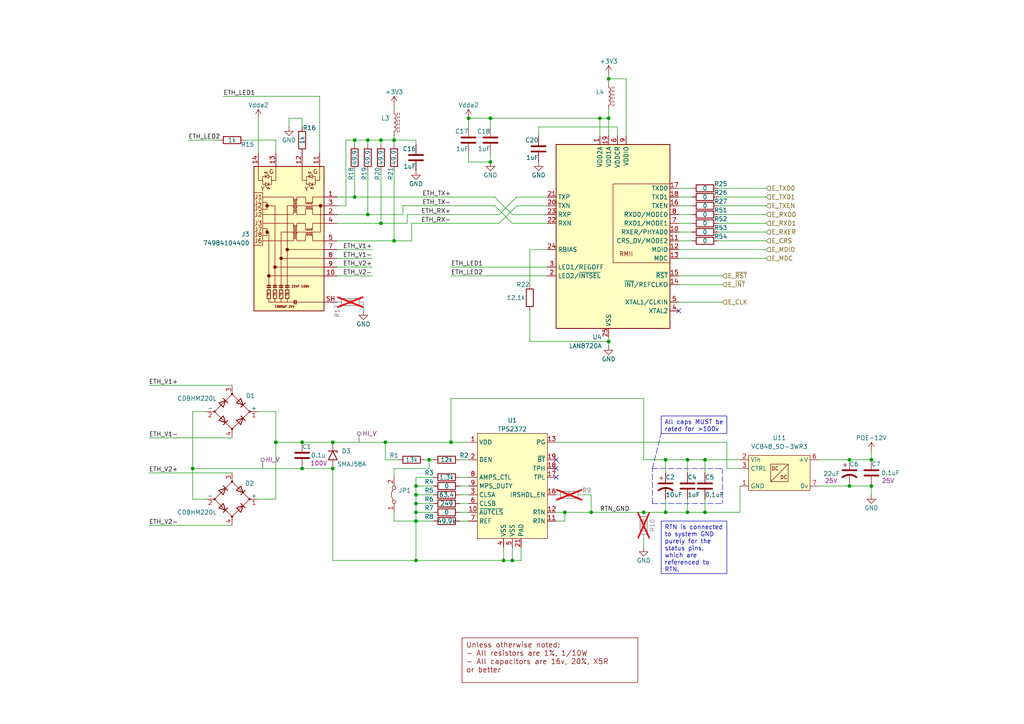
<source format=kicad_sch>
(kicad_sch (version 20250114) (generator "eeschema") (generator_version "9.0")
  (paper "A4")
  (title_block (title "Large 7 Seg Driver") (date "2025-02-01") (rev "A3") (comment 1 "JB") (comment 2 "E1041"))
  (lib_symbols
    (symbol "Device:C" (pin_numbers (hide yes)) (pin_names (offset 0.254))
      (property "Reference" "C" (at 0.635 2.54 0))
      (property "Value" "C" (at 0.635 -2.54 0))
      (symbol "C_1_1"
        (pin passive line (at 0 3.81 270) (length 2.794) (name "~") (number "1"))
        (pin passive line (at 0 -3.81 90) (length 2.794) (name "~") (number "2"))
      )
    )
    (symbol "Device:C_Polarized_US" (pin_numbers (hide yes)) (pin_names (offset 0.254) (hide yes))
      (property "Reference" "C" (at 0.635 2.54 0))
      (property "Value" "C_Polarized_US" (at 0.635 -2.54 0))
      (symbol "C_Polarized_US_1_1"
        (pin passive line (at 0 3.81 270) (length 2.794) (name "~") (number "1"))
        (pin passive line (at 0 -3.81 90) (length 3.302) (name "~") (number "2"))
      )
    )
    (symbol "Device:D_Bridge_+-AA" (pin_names (offset 0))
      (property "Reference" "D" (at 2.54 6.985 0))
      (property "Value" "D_Bridge_+-AA" (at 2.54 5.08 0))
      (symbol "D_Bridge_+-AA_1_1"
        (pin passive line (at -7.62 0 0) (length 2.54) (name "-") (number "2"))
        (pin passive line (at 0 7.62 270) (length 2.54) (name "~") (number "3"))
        (pin passive line (at 0 -7.62 90) (length 2.54) (name "~") (number "4"))
        (pin passive line (at 7.62 0 180) (length 2.54) (name "+") (number "1"))
      )
    )
    (symbol "Device:L_Ferrite" (pin_numbers (hide yes)) (pin_names (offset 1.016) (hide yes))
      (property "Reference" "L" (at -1.27 0 90))
      (property "Value" "L_Ferrite" (at 2.794 0 90))
      (symbol "L_Ferrite_1_1"
        (pin passive line (at 0 3.81 270) (length 1.27) (name "1") (number "1"))
        (pin passive line (at 0 -3.81 90) (length 1.27) (name "2") (number "2"))
      )
    )
    (symbol "Device:R" (pin_numbers (hide yes)) (pin_names (offset 0))
      (property "Reference" "R" (at 2.032 0 90))
      (property "Value" "R" (at 0 0 90))
      (symbol "R_1_1"
        (pin passive line (at 0 3.81 270) (length 1.27) (name "~") (number "1"))
        (pin passive line (at 0 -3.81 90) (length 1.27) (name "~") (number "2"))
      )
    )
    (symbol "Diode:SMAJ58A" (pin_numbers (hide yes)) (pin_names (offset 1.016) (hide yes))
      (property "Reference" "D" (at 0 2.54 0))
      (property "Value" "SMAJ58A" (at 0 -2.54 0))
      (symbol "SMAJ58A_1_1"
        (pin passive line (at -3.81 0 0) (length 2.54) (name "A1") (number "1"))
        (pin passive line (at 3.81 0 180) (length 2.54) (name "A2") (number "2"))
      )
    )
    (symbol "Interface_Ethernet:LAN8720A"
      (property "Reference" "U" (at -13.97 29.21 0))
      (property "Value" "LAN8720A" (at 15.24 29.21 0))
      (symbol "LAN8720A_0_0"
        (text "RMII" (at -5.08 -3.81 0) (effects (font (size 1.27 1.27))))
      )
      (symbol "LAN8720A_1_1"
        (pin input line (at -20.32 15.24 0) (length 2.54) (name "TXD0") (number "17"))
        (pin input line (at -20.32 12.7 0) (length 2.54) (name "TXD1") (number "18"))
        (pin input line (at -20.32 10.16 0) (length 2.54) (name "TXEN") (number "16"))
        (pin bidirectional line (at -20.32 7.62 0) (length 2.54) (name "RXD0/MODE0") (number "8"))
        (pin bidirectional line (at -20.32 5.08 0) (length 2.54) (name "RXD1/MODE1") (number "7"))
        (pin output line (at -20.32 2.54 0) (length 2.54) (name "RXER/PHYAD0") (number "10"))
        (pin bidirectional line (at -20.32 0 0) (length 2.54) (name "CRS_DV/MODE2") (number "11"))
        (pin bidirectional line (at -20.32 -2.54 0) (length 2.54) (name "MDIO") (number "12"))
        (pin input line (at -20.32 -5.08 0) (length 2.54) (name "MDC") (number "13"))
        (pin input line (at -20.32 -10.16 0) (length 2.54) (name "~{RST}") (number "15"))
        (pin output line (at -20.32 -12.7 0) (length 2.54) (name "~{INT}/REFCLKO") (number "14"))
        (pin input line (at -20.32 -17.78 0) (length 2.54) (name "XTAL1/CLKIN") (number "5"))
        (pin output line (at -20.32 -20.32 0) (length 2.54) (name "XTAL2") (number "4"))
        (pin power_in line (at -5.08 30.48 270) (length 2.54) (name "VDDIO") (number "9"))
        (pin power_in line (at -2.54 30.48 270) (length 2.54) (name "VDDCR") (number "6"))
        (pin power_in line (at 0 30.48 270) (length 2.54) (name "VDD1A") (number "19"))
        (pin power_in line (at 0 -27.94 90) (length 2.54) (name "VSS") (number "25"))
        (pin power_in line (at 2.54 30.48 270) (length 2.54) (name "VDD2A") (number "1"))
        (pin bidirectional line (at 17.78 12.7 180) (length 2.54) (name "TXP") (number "21"))
        (pin bidirectional line (at 17.78 10.16 180) (length 2.54) (name "TXN") (number "20"))
        (pin bidirectional line (at 17.78 7.62 180) (length 2.54) (name "RXP") (number "23"))
        (pin bidirectional line (at 17.78 5.08 180) (length 2.54) (name "RXN") (number "22"))
        (pin passive line (at 17.78 -2.54 180) (length 2.54) (name "RBIAS") (number "24"))
        (pin bidirectional line (at 17.78 -7.62 180) (length 2.54) (name "LED1/REGOFF") (number "3"))
        (pin bidirectional line (at 17.78 -10.16 180) (length 2.54) (name "LED2/~{INTSEL}") (number "2"))
      )
    )
    (symbol "Jumper:Jumper_2_Bridged" (pin_names (offset 0) (hide yes))
      (property "Reference" "JP" (at 0 1.905 0))
      (property "Value" "Jumper_2_Bridged" (at 0 -2.54 0))
      (symbol "Jumper_2_Bridged_1_1"
        (pin passive line (at -5.08 0 0) (length 2.54) (name "A") (number "1"))
        (pin passive line (at 5.08 0 180) (length 2.54) (name "B") (number "2"))
      )
    )
    (symbol "ProjectLibrary:74984104400" (pin_names (offset 0) (hide yes))
      (property "Reference" "J" (at 10.16 -19.05 0))
      (property "Value" "74984104400" (at -5.08 -21.59 0))
      (symbol "74984104400_0_0"
        (text "G" (at -8.89 20.066 0) (effects (font (size 1.27 1.27))))
        (text "Y" (at -6.35 14.986 0) (effects (font (size 1.27 1.27))))
        (text "1000pF 2kV" (at 0 -19.05 0) (effects (font (size 0.635 0.635))))
        (text "G" (at 3.81 20.066 0) (effects (font (size 1.27 1.27))))
        (text "Y" (at 6.35 14.986 0) (effects (font (size 1.27 1.27))))
      )
      (symbol "74984104400_1_0"
        (text "22nF 100V" (at -4.572 -13.208 0) (effects (font (size 0.635 0.635))))
        (text "75" (at -0.762 -15.494 900) (effects (font (size 0.508 0.508))))
        (text "75" (at 1.016 -15.494 900) (effects (font (size 0.508 0.508))))
        (text "75" (at 2.794 -15.494 900) (effects (font (size 0.508 0.508))))
        (text "75" (at 4.572 -15.494 900) (effects (font (size 0.508 0.508))))
        (text "J1" (at 7.62 12.7 0) (effects (font (size 1.27 1.27))))
        (text "J4" (at 7.62 10.922 0) (effects (font (size 1.27 1.27))))
        (text "J5" (at 7.62 9.398 0) (effects (font (size 1.27 1.27))))
        (text "J2" (at 7.62 7.62 0) (effects (font (size 1.27 1.27))))
        (text "J3" (at 7.62 5.08 0) (effects (font (size 1.27 1.27))))
        (text "J7" (at 7.62 3.302 0) (effects (font (size 1.27 1.27))))
        (text "J8" (at 7.62 1.778 0) (effects (font (size 1.27 1.27))))
        (text "J6" (at 7.62 0 0) (effects (font (size 1.27 1.27))))
      )
      (symbol "74984104400_1_1"
        (pin passive line (at -15.24 12.7 0) (length 3.81) (name "TD+") (number "1"))
        (pin passive line (at -15.24 10.16 0) (length 3.81) (name "CD") (number "3"))
        (pin passive line (at -15.24 7.62 0) (length 3.81) (name "TD-") (number "2"))
        (pin passive line (at -15.24 5.08 0) (length 3.81) (name "RD+") (number "4"))
        (pin passive line (at -15.24 0 0) (length 3.81) (name "RD-") (number "5"))
        (pin passive line (at -15.24 -2.54 0) (length 3.81) (name "V1+") (number "7"))
        (pin passive line (at -15.24 -5.08 0) (length 3.81) (name "V1-") (number "8"))
        (pin passive line (at -15.24 -7.62 0) (length 3.81) (name "V2+") (number "9"))
        (pin passive line (at -15.24 -10.16 0) (length 3.81) (name "V2-") (number "10"))
        (pin passive line (at -15.24 -17.78 0) (length 3.81) (name "SH") (number "SH"))
        (pin passive line (at -10.16 25.4 270) (length 3.81) (name "~") (number "11"))
        (pin passive line (at -5.08 25.4 270) (length 3.81) (name "~") (number "12"))
        (pin passive line (at 2.54 25.4 270) (length 3.81) (name "~") (number "13"))
        (pin passive line (at 7.62 25.4 270) (length 3.81) (name "~") (number "14"))
      )
    )
    (symbol "ProjectLibrary:TPS2372"
      (property "Reference" "U" (at 10.16 -17.78 0))
      (property "Value" "TPS2372" (at 0 17.78 0))
      (symbol "TPS2372_0_0"
        (pin power_in line (at -12.7 12.7 0) (length 2.54) (name "VDD") (number "1"))
        (pin output line (at -12.7 2.54 0) (length 2.54) (name "AMPS_CTL") (number "8"))
        (pin input line (at -12.7 0 0) (length 2.54) (name "MPS_DUTY") (number "9"))
        (pin output line (at -12.7 -2.54 0) (length 2.54) (name "CLSA") (number "3"))
        (pin output line (at -12.7 -5.08 0) (length 2.54) (name "CLSB") (number "6"))
        (pin input line (at -12.7 -7.62 0) (length 2.54) (name "~{AUTCLS}") (number "10"))
        (pin output line (at -12.7 -10.16 0) (length 2.54) (name "REF") (number "7"))
        (pin power_in line (at -2.54 -17.78 90) (length 2.54) (name "VSS") (number "4"))
        (pin power_in line (at 0 -17.78 90) (length 2.54) (name "VSS") (number "5"))
        (pin passive line (at 2.54 -17.78 90) (length 2.54) (name "PAD") (number "21"))
        (pin output line (at 12.7 12.7 180) (length 2.54) (name "PG") (number "13"))
        (pin output line (at 12.7 7.62 180) (length 2.54) (name "~{BT}") (number "19"))
        (pin output line (at 12.7 5.08 180) (length 2.54) (name "TPH") (number "18"))
        (pin output line (at 12.7 2.54 180) (length 2.54) (name "TPL") (number "17"))
        (pin input line (at 12.7 -2.54 180) (length 2.54) (name "IRSHDL_EN") (number "16"))
        (pin passive line (at 12.7 -7.62 180) (length 2.54) (name "RTN") (number "12"))
        (pin passive line (at 12.7 -10.16 180) (length 2.54) (name "RTN") (number "11"))
      )
      (symbol "TPS2372_1_0"
        (pin bidirectional line (at -12.7 7.62 0) (length 2.54) (name "DEN") (number "2"))
        (pin no_connect line (at -5.08 -15.24 90) (length 2.54) (hide yes) (name "NC") (number "14"))
        (pin no_connect line (at -5.08 -15.24 90) (length 2.54) (hide yes) (name "NC") (number "15"))
        (pin no_connect line (at -5.08 -15.24 90) (length 2.54) (hide yes) (name "NC") (number "20"))
      )
    )
    (symbol "ProjectLibrary:VCB48_SO-3WR3"
      (property "Reference" "U" (at -8.128 6.096 0))
      (property "Value" "VCB48_SO-3WR3" (at 0 -6.604 0))
      (symbol "VCB48_SO-3WR3_1_1"
        (text "DC" (at -1.27 1.27 0) (effects (font (size 1.016 1.016))))
        (text "DC" (at 1.27 -1.27 0) (effects (font (size 1.016 1.016))))
        (pin power_in line (at -11.43 3.81 0) (length 2.54) (name "Vin") (number "2"))
        (pin input line (at -11.43 1.27 0) (length 2.54) (name "CTRL") (number "3"))
        (pin power_in line (at -11.43 -3.81 0) (length 2.54) (name "GND") (number "1"))
        (pin power_out line (at 11.43 3.81 180) (length 2.54) (name "+V") (number "6"))
        (pin no_connect line (at 11.43 1.27 180) (length 2.54) (hide yes) (name "NC") (number "8"))
        (pin no_connect line (at 11.43 -1.27 180) (length 2.54) (hide yes) (name "NC") (number "5"))
        (pin power_out line (at 11.43 -3.81 180) (length 2.54) (name "0v") (number "7"))
      )
    )
    (symbol "ProjectLibrary:VIN" (power) (pin_names (offset 0))
      (property "Value" "VIN" (at 0 3.81 0))
      (symbol "VIN_1_1"
        (pin power_in line (at 0 0 90) (length 0) (hide yes) (name "VIN") (number "1"))
      )
    )
    (symbol "ProjectLibrary:Vdda2" (power) (pin_names (offset 0))
      (property "Value" "Vdda2" (at 0 3.81 0))
      (symbol "Vdda2_1_1"
        (pin power_in line (at 0 0 90) (length 0) (hide yes) (name "Vdda2") (number "1"))
      )
    )
    (symbol "power:+3V3" (power) (pin_names (offset 0))
      (property "Value" "+3V3" (at 0 3.556 0))
      (symbol "+3V3_1_1"
        (pin power_in line (at 0 0 90) (length 0) (hide yes) (name "+3V3") (number "1"))
      )
    )
    (symbol "power:GND" (power) (pin_names (offset 0))
      (property "Value" "GND" (at 0 -3.81 0))
      (symbol "GND_1_1"
        (pin power_in line (at 0 0 270) (length 0) (hide yes) (name "GND") (number "1"))
      )
    )
  )
  (text_box "RTN is connected to system GND purely for the status pins, which are referenced to RTN." (at 191.77 151.13 0) (size 19.05 15.24) (margins 0.9525 0.9525 0.9525 0.9525) (effects (font (size 1.27 1.27)) (justify left top)))
  (text_box "Unless otherwise noted:\n- All resistors are 1%, 1/10W \n- All capacitors are 16v, 20%, X5R\nor better" (exclude_from_sim yes) (at 134 185 0) (size 50.99 12.97) (margins 1.125 1.125 1.125 1.125) (stroke (width 0) (color 132 0 0 1)) (effects (font (size 1.5 1.5)) (justify left top)))
  (text_box "All caps MUST be rated for >100v" (at 191.77 120.65 0) (size 19.05 5.08) (margins 0.9525 0.9525 0.9525 0.9525) (effects (font (size 1.27 1.27)) (justify left top)))
  (junction (at 146.05 162.56))
  (junction (at 252.73 140.97))
  (junction (at 87.63 128.27))
  (junction (at 96.52 135.89))
  (junction (at 120.65 162.56))
  (junction (at 114.3 40.64))
  (junction (at 120.65 148.59))
  (junction (at 102.87 57.15))
  (junction (at 176.53 99.06))
  (junction (at 96.52 128.27))
  (junction (at 148.59 162.56))
  (junction (at 171.45 148.59))
  (junction (at 163.83 148.59))
  (junction (at 87.63 135.89))
  (junction (at 193.04 148.59))
  (junction (at 252.73 133.35))
  (junction (at 102.87 40.64))
  (junction (at 80.01 128.27))
  (junction (at 173.99 34.29))
  (junction (at 199.39 148.59))
  (junction (at 176.53 22.86))
  (junction (at 120.65 140.97))
  (junction (at 106.68 62.23))
  (junction (at 176.53 34.29))
  (junction (at 110.49 40.64))
  (junction (at 110.49 64.77))
  (junction (at 142.24 34.29))
  (junction (at 106.68 40.64))
  (junction (at 114.3 69.85))
  (junction (at 111.76 128.27))
  (junction (at 135.89 34.29))
  (junction (at 193.04 133.35))
  (junction (at 55.88 135.89))
  (junction (at 246.38 140.97))
  (junction (at 130.81 128.27))
  (junction (at 246.38 133.35))
  (junction (at 120.65 151.13))
  (junction (at 204.47 133.35))
  (junction (at 186.69 148.59))
  (junction (at 120.65 146.05))
  (junction (at 142.24 46.99))
  (junction (at 204.47 148.59))
  (junction (at 124.46 133.35))
  (junction (at 199.39 133.35))
  (junction (at 120.65 143.51))
  (no_connect (at 196.85 90.17))
  (no_connect (at 161.29 135.89))
  (no_connect (at 161.29 133.35))
  (no_connect (at 161.29 138.43))
  (wire (pts (xy 133.35 138.43) (xy 135.89 138.43)))
  (wire (pts (xy 199.39 144.78) (xy 199.39 148.59)))
  (wire (pts (xy 176.53 34.29) (xy 176.53 39.37)))
  (wire (pts (xy 142.24 44.45) (xy 142.24 46.99)))
  (wire (pts (xy 186.69 148.59) (xy 193.04 148.59)))
  (wire (pts (xy 176.53 100.33) (xy 176.53 99.06)))
  (wire (pts (xy 102.87 57.15) (xy 97.79 57.15)))
  (wire (pts (xy 148.59 64.77) (xy 158.75 64.77)))
  (wire (pts (xy 120.65 143.51) (xy 125.73 143.51)))
  (wire (pts (xy 80.01 128.27) (xy 80.01 144.78)))
  (wire (pts (xy 120.65 146.05) (xy 120.65 148.59)))
  (wire (pts (xy 204.47 148.59) (xy 214.63 148.59)))
  (wire (pts (xy 74.93 34.29) (xy 74.93 44.45)))
  (wire (pts (xy 200.66 64.77) (xy 196.85 64.77)))
  (wire (pts (xy 114.3 135.89) (xy 114.3 138.43)))
  (wire (pts (xy 114.3 151.13) (xy 120.65 151.13)))
  (wire (pts (xy 246.38 140.97) (xy 252.73 140.97)))
  (wire (pts (xy 124.46 133.35) (xy 125.73 133.35)))
  (wire (pts (xy 151.13 162.56) (xy 151.13 158.75)))
  (wire (pts (xy 80.01 119.38) (xy 80.01 128.27)))
  (wire (pts (xy 87.63 135.89) (xy 96.52 135.89)))
  (wire (pts (xy 186.69 133.35) (xy 193.04 133.35)))
  (wire (pts (xy 120.65 41.91) (xy 120.65 40.64)))
  (polyline (pts (xy 189.23 135.89) (xy 209.55 135.89)) (stroke (width 0) (type dash)))
  (wire (pts (xy 106.68 49.53) (xy 106.68 62.23)))
  (wire (pts (xy 200.66 62.23) (xy 196.85 62.23)))
  (wire (pts (xy 153.67 99.06) (xy 176.53 99.06)))
  (wire (pts (xy 80.01 128.27) (xy 87.63 128.27)))
  (wire (pts (xy 120.65 143.51) (xy 120.65 146.05)))
  (wire (pts (xy 199.39 133.35) (xy 204.47 133.35)))
  (wire (pts (xy 130.81 115.57) (xy 186.69 115.57)))
  (wire (pts (xy 222.25 64.77) (xy 208.28 64.77)))
  (wire (pts (xy 43.18 137.16) (xy 67.31 137.16)))
  (wire (pts (xy 222.25 59.69) (xy 208.28 59.69)))
  (wire (pts (xy 158.75 77.47) (xy 130.81 77.47)))
  (wire (pts (xy 222.25 69.85) (xy 208.28 69.85)))
  (wire (pts (xy 176.53 31.75) (xy 176.53 34.29)))
  (wire (pts (xy 119.38 64.77) (xy 119.38 69.85)))
  (wire (pts (xy 120.65 140.97) (xy 125.73 140.97)))
  (wire (pts (xy 120.65 40.64) (xy 114.3 40.64)))
  (wire (pts (xy 133.35 146.05) (xy 135.89 146.05)))
  (wire (pts (xy 96.52 135.89) (xy 96.52 162.56)))
  (wire (pts (xy 116.84 59.69) (xy 143.51 59.69)))
  (wire (pts (xy 179.07 39.37) (xy 179.07 36.83)))
  (wire (pts (xy 214.63 140.97) (xy 214.63 148.59)))
  (wire (pts (xy 55.88 135.89) (xy 55.88 144.78)))
  (wire (pts (xy 222.25 62.23) (xy 208.28 62.23)))
  (wire (pts (xy 199.39 148.59) (xy 204.47 148.59)))
  (wire (pts (xy 97.79 64.77) (xy 110.49 64.77)))
  (wire (pts (xy 252.73 130.81) (xy 252.73 133.35)))
  (wire (pts (xy 210.82 135.89) (xy 210.82 128.27)))
  (wire (pts (xy 149.86 57.15) (xy 158.75 57.15)))
  (wire (pts (xy 43.18 152.4) (xy 67.31 152.4)))
  (wire (pts (xy 143.51 57.15) (xy 148.59 62.23)))
  (wire (pts (xy 120.65 151.13) (xy 120.65 162.56)))
  (wire (pts (xy 120.65 138.43) (xy 120.65 140.97)))
  (wire (pts (xy 133.35 133.35) (xy 135.89 133.35)))
  (wire (pts (xy 204.47 133.35) (xy 204.47 137.16)))
  (wire (pts (xy 135.89 46.99) (xy 135.89 44.45)))
  (wire (pts (xy 214.63 133.35) (xy 204.47 133.35)))
  (wire (pts (xy 102.87 49.53) (xy 102.87 57.15)))
  (wire (pts (xy 148.59 62.23) (xy 158.75 62.23)))
  (wire (pts (xy 161.29 148.59) (xy 163.83 148.59)))
  (wire (pts (xy 133.35 148.59) (xy 135.89 148.59)))
  (wire (pts (xy 179.07 36.83) (xy 156.21 36.83)))
  (wire (pts (xy 43.18 127) (xy 67.31 127)))
  (wire (pts (xy 237.49 140.97) (xy 246.38 140.97)))
  (wire (pts (xy 204.47 144.78) (xy 204.47 148.59)))
  (wire (pts (xy 114.3 135.89) (xy 124.46 135.89)))
  (wire (pts (xy 102.87 40.64) (xy 102.87 41.91)))
  (wire (pts (xy 100.33 40.64) (xy 102.87 40.64)))
  (wire (pts (xy 110.49 40.64) (xy 106.68 40.64)))
  (wire (pts (xy 114.3 40.64) (xy 114.3 41.91)))
  (wire (pts (xy 118.11 64.77) (xy 110.49 64.77)))
  (wire (pts (xy 120.65 162.56) (xy 146.05 162.56)))
  (wire (pts (xy 186.69 156.21) (xy 186.69 158.75)))
  (wire (pts (xy 92.71 27.94) (xy 92.71 44.45)))
  (wire (pts (xy 100.33 59.69) (xy 97.79 59.69)))
  (wire (pts (xy 148.59 162.56) (xy 151.13 162.56)))
  (wire (pts (xy 111.76 128.27) (xy 130.81 128.27)))
  (wire (pts (xy 107.95 74.93) (xy 97.79 74.93)))
  (wire (pts (xy 133.35 140.97) (xy 135.89 140.97)))
  (wire (pts (xy 120.65 146.05) (xy 125.73 146.05)))
  (wire (pts (xy 135.89 34.29) (xy 135.89 36.83)))
  (wire (pts (xy 156.21 36.83) (xy 156.21 39.37)))
  (wire (pts (xy 120.65 140.97) (xy 120.65 143.51)))
  (wire (pts (xy 130.81 80.01) (xy 158.75 80.01)))
  (wire (pts (xy 83.82 34.29) (xy 83.82 36.83)))
  (wire (pts (xy 114.3 49.53) (xy 114.3 69.85)))
  (wire (pts (xy 118.11 62.23) (xy 118.11 64.77)))
  (wire (pts (xy 252.73 140.97) (xy 252.73 143.51)))
  (wire (pts (xy 144.78 64.77) (xy 149.86 59.69)))
  (wire (pts (xy 176.53 21.59) (xy 176.53 22.86)))
  (wire (pts (xy 163.83 151.13) (xy 163.83 148.59)))
  (wire (pts (xy 193.04 133.35) (xy 193.04 137.16)))
  (wire (pts (xy 120.65 148.59) (xy 125.73 148.59)))
  (wire (pts (xy 55.88 144.78) (xy 59.69 144.78)))
  (wire (pts (xy 142.24 46.99) (xy 135.89 46.99)))
  (wire (pts (xy 200.66 57.15) (xy 196.85 57.15)))
  (wire (pts (xy 55.88 119.38) (xy 55.88 135.89)))
  (wire (pts (xy 116.84 59.69) (xy 116.84 62.23)))
  (wire (pts (xy 87.63 36.83) (xy 87.63 34.29)))
  (wire (pts (xy 142.24 34.29) (xy 142.24 36.83)))
  (wire (pts (xy 119.38 64.77) (xy 144.78 64.77)))
  (wire (pts (xy 193.04 148.59) (xy 193.04 144.78)))
  (wire (pts (xy 161.29 151.13) (xy 163.83 151.13)))
  (wire (pts (xy 143.51 59.69) (xy 148.59 64.77)))
  (wire (pts (xy 100.33 59.69) (xy 100.33 40.64)))
  (wire (pts (xy 168.91 143.51) (xy 171.45 143.51)))
  (wire (pts (xy 176.53 99.06) (xy 176.53 97.79)))
  (wire (pts (xy 120.65 151.13) (xy 125.73 151.13)))
  (wire (pts (xy 149.86 59.69) (xy 158.75 59.69)))
  (wire (pts (xy 193.04 133.35) (xy 199.39 133.35)))
  (wire (pts (xy 43.18 111.76) (xy 67.31 111.76)))
  (wire (pts (xy 119.38 69.85) (xy 114.3 69.85)))
  (polyline (pts (xy 189.23 135.89) (xy 191.77 125.73)) (stroke (width 0) (type dash)))
  (wire (pts (xy 210.82 135.89) (xy 214.63 135.89)))
  (wire (pts (xy 186.69 115.57) (xy 186.69 133.35)))
  (polyline (pts (xy 189.23 146.05) (xy 189.23 135.89)) (stroke (width 0) (type dash)))
  (wire (pts (xy 171.45 148.59) (xy 186.69 148.59)))
  (wire (pts (xy 123.19 133.35) (xy 124.46 133.35)))
  (wire (pts (xy 54.61 40.64) (xy 63.5 40.64)))
  (wire (pts (xy 173.99 34.29) (xy 173.99 39.37)))
  (wire (pts (xy 161.29 128.27) (xy 210.82 128.27)))
  (wire (pts (xy 96.52 162.56) (xy 120.65 162.56)))
  (wire (pts (xy 142.24 34.29) (xy 135.89 34.29)))
  (wire (pts (xy 196.85 80.01) (xy 209.55 80.01)))
  (wire (pts (xy 64.77 27.94) (xy 92.71 27.94)))
  (wire (pts (xy 74.93 119.38) (xy 80.01 119.38)))
  (wire (pts (xy 106.68 40.64) (xy 102.87 40.64)))
  (wire (pts (xy 146.05 162.56) (xy 146.05 158.75)))
  (wire (pts (xy 176.53 22.86) (xy 181.61 22.86)))
  (wire (pts (xy 120.65 148.59) (xy 120.65 151.13)))
  (wire (pts (xy 74.93 144.78) (xy 80.01 144.78)))
  (wire (pts (xy 114.3 30.48) (xy 114.3 31.75)))
  (wire (pts (xy 200.66 69.85) (xy 196.85 69.85)))
  (wire (pts (xy 118.11 62.23) (xy 144.78 62.23)))
  (wire (pts (xy 80.01 44.45) (xy 80.01 40.64)))
  (wire (pts (xy 222.25 57.15) (xy 208.28 57.15)))
  (wire (pts (xy 125.73 138.43) (xy 120.65 138.43)))
  (wire (pts (xy 105.41 90.17) (xy 105.41 87.63)))
  (wire (pts (xy 114.3 148.59) (xy 114.3 151.13)))
  (wire (pts (xy 196.85 87.63) (xy 209.55 87.63)))
  (wire (pts (xy 114.3 40.64) (xy 110.49 40.64)))
  (wire (pts (xy 200.66 54.61) (xy 196.85 54.61)))
  (wire (pts (xy 114.3 39.37) (xy 114.3 40.64)))
  (wire (pts (xy 114.3 69.85) (xy 97.79 69.85)))
  (wire (pts (xy 107.95 72.39) (xy 97.79 72.39)))
  (wire (pts (xy 148.59 162.56) (xy 148.59 158.75)))
  (wire (pts (xy 87.63 128.27) (xy 96.52 128.27)))
  (wire (pts (xy 130.81 128.27) (xy 135.89 128.27)))
  (wire (pts (xy 87.63 34.29) (xy 83.82 34.29)))
  (wire (pts (xy 196.85 82.55) (xy 209.55 82.55)))
  (wire (pts (xy 153.67 82.55) (xy 153.67 72.39)))
  (wire (pts (xy 176.53 34.29) (xy 173.99 34.29)))
  (wire (pts (xy 80.01 40.64) (xy 71.12 40.64)))
  (wire (pts (xy 133.35 151.13) (xy 135.89 151.13)))
  (wire (pts (xy 171.45 143.51) (xy 171.45 148.59)))
  (wire (pts (xy 110.49 40.64) (xy 110.49 41.91)))
  (polyline (pts (xy 209.55 135.89) (xy 209.55 146.05)) (stroke (width 0) (type dash)))
  (wire (pts (xy 124.46 135.89) (xy 124.46 133.35)))
  (wire (pts (xy 55.88 119.38) (xy 59.69 119.38)))
  (wire (pts (xy 153.67 72.39) (xy 158.75 72.39)))
  (wire (pts (xy 115.57 133.35) (xy 111.76 133.35)))
  (wire (pts (xy 107.95 80.01) (xy 97.79 80.01)))
  (wire (pts (xy 107.95 77.47) (xy 97.79 77.47)))
  (wire (pts (xy 246.38 133.35) (xy 252.73 133.35)))
  (wire (pts (xy 199.39 133.35) (xy 199.39 137.16)))
  (wire (pts (xy 146.05 162.56) (xy 148.59 162.56)))
  (wire (pts (xy 55.88 135.89) (xy 87.63 135.89)))
  (wire (pts (xy 196.85 72.39) (xy 222.25 72.39)))
  (wire (pts (xy 200.66 67.31) (xy 196.85 67.31)))
  (wire (pts (xy 116.84 62.23) (xy 106.68 62.23)))
  (wire (pts (xy 222.25 67.31) (xy 208.28 67.31)))
  (wire (pts (xy 130.81 128.27) (xy 130.81 115.57)))
  (wire (pts (xy 196.85 74.93) (xy 222.25 74.93)))
  (wire (pts (xy 110.49 49.53) (xy 110.49 64.77)))
  (wire (pts (xy 144.78 62.23) (xy 149.86 57.15)))
  (wire (pts (xy 237.49 133.35) (xy 246.38 133.35)))
  (wire (pts (xy 176.53 22.86) (xy 176.53 24.13)))
  (wire (pts (xy 96.52 128.27) (xy 111.76 128.27)))
  (wire (pts (xy 181.61 22.86) (xy 181.61 39.37)))
  (wire (pts (xy 111.76 133.35) (xy 111.76 128.27)))
  (wire (pts (xy 106.68 62.23) (xy 97.79 62.23)))
  (wire (pts (xy 163.83 148.59) (xy 171.45 148.59)))
  (wire (pts (xy 142.24 34.29) (xy 173.99 34.29)))
  (wire (pts (xy 153.67 90.17) (xy 153.67 99.06)))
  (wire (pts (xy 193.04 148.59) (xy 199.39 148.59)))
  (wire (pts (xy 133.35 143.51) (xy 135.89 143.51)))
  (polyline (pts (xy 189.23 146.05) (xy 209.55 146.05)) (stroke (width 0) (type dash)))
  (wire (pts (xy 102.87 57.15) (xy 143.51 57.15)))
  (wire (pts (xy 222.25 54.61) (xy 208.28 54.61)))
  (wire (pts (xy 200.66 59.69) (xy 196.85 59.69)))
  (wire (pts (xy 106.68 40.64) (xy 106.68 41.91)))
  (label "ETH_V1+" (at 107.95 72.39 180))
  (label "ETH_LED2" (at 130.81 80.01 0))
  (label "ETH_V1-" (at 107.95 74.93 180))
  (label "ETH_LED1" (at 130.81 77.47 0))
  (label "ETH_LED1" (at 64.77 27.94 0))
  (label "ETH_V2-" (at 107.95 80.01 180))
  (label "ETH_V1+" (at 43.18 111.76 0))
  (label "ETH_V2+" (at 43.18 137.16 0))
  (label "RTN_GND" (at 173.99 148.59 0))
  (label "ETH_V2+" (at 107.95 77.47 180))
  (label "ETH_RX+" (at 130.81 62.23 180))
  (label "ETH_TX+" (at 130.81 57.15 180))
  (label "ETH_V1-" (at 43.18 127 0))
  (label "ETH_LED2" (at 54.61 40.64 0))
  (label "ETH_TX-" (at 130.81 59.69 180))
  (label "ETH_RX-" (at 130.81 64.77 180))
  (label "ETH_V2-" (at 43.18 152.4 0))
  (hierarchical_label "E_TXD1" (shape input) (at 222.25 57.15 0))
  (hierarchical_label "E_MDC" (shape input) (at 222.25 74.93 0))
  (hierarchical_label "E_~{RST}" (shape input) (at 209.55 80.01 0))
  (hierarchical_label "E_CLK" (shape input) (at 209.55 87.63 0))
  (hierarchical_label "E_TXD0" (shape input) (at 222.25 54.61 0))
  (hierarchical_label "E_MDIO" (shape input) (at 222.25 72.39 0))
  (hierarchical_label "E_CRS" (shape input) (at 222.25 69.85 0))
  (hierarchical_label "E_TXEN" (shape input) (at 222.25 59.69 0))
  (hierarchical_label "E_RXD1" (shape input) (at 222.25 64.77 0))
  (hierarchical_label "E_RXER" (shape input) (at 222.25 67.31 0))
  (hierarchical_label "E_~{INT}" (shape input) (at 209.55 82.55 0))
  (hierarchical_label "E_RXD0" (shape input) (at 222.25 62.23 0))
  (netclass_flag "" (length 2.54) (shape round) (at 104.14 128.27 0) (property "Netclass" "HI_V" (at 105.029 125.73 0) (effects (font (italic yes)) (justify left))))
  (netclass_flag "" (length 2.54) (shape round) (at 76.2 135.89 0) (property "Netclass" "HI_V" (at 76.8985 133.35 0) (effects (font (italic yes)) (justify left))))
  (symbol (lib_id "power:GND") (at 120.65 49.53 0) (mirror y) (unit 1)
    (property "Reference" "#PWR016" (effects (hide yes)))
    (property "Value" "GND" (at 120.65 53.34 0))
  )
  (symbol (lib_id "Device:R") (at 119.38 133.35 90) (unit 1)
    (property "Reference" "R1" (at 114.3 132.08 90))
    (property "Value" "13k" (at 119.38 133.35 90))
    (property "Footprint" "Resistor_SMD:R_0805_2012Metric" (effects (hide yes)))
  )
  (symbol (lib_id "Device:R") (at 186.69 152.4 180) (unit 1) (dnp yes)
    (property "Reference" "R10" (at 189.23 152.4 90))
    (property "Value" "DNP" (at 186.69 152.4 90))
    (property "Footprint" "Resistor_SMD:R_0805_2012Metric" (effects (hide yes)))
  )
  (symbol (lib_id "power:GND") (at 252.73 143.51 0) (unit 1)
    (property "Reference" "#PWR03" (effects (hide yes)))
    (property "Value" "GND" (at 252.73 147.32 0))
  )
  (symbol (lib_id "Device:C") (at 156.21 43.18 0) (mirror y) (unit 1)
    (property "Reference" "C20" (at 156.21 40.64 0) (effects (justify left)))
    (property "Value" "1uF" (at 156.21 45.72 0) (effects (justify left)))
    (property "Footprint" "Capacitor_SMD:C_0805_2012Metric" (effects (hide yes)))
  )
  (symbol (lib_id "Device:C_Polarized_US") (at 246.38 137.16 0) (unit 1)
    (property "Reference" "C6" (at 246.38 134.62 0) (effects (justify left)))
    (property "Value" "22uF" (at 238.76 137.414 0) (effects (justify left)))
    (property "Footprint" "Capacitor_SMD:C_Elec_6.3x5.4" (effects (hide yes)))
    (property "Voltage" "25V" (at 241.046 139.446 0))
  )
  (symbol (lib_id "Device:R") (at 129.54 138.43 90) (unit 1)
    (property "Reference" "R3" (at 124.46 137.16 90))
    (property "Value" "1.3k" (at 129.54 138.43 90))
    (property "Footprint" "Resistor_SMD:R_0805_2012Metric" (effects (hide yes)))
  )
  (symbol (lib_id "power:GND") (at 83.82 36.83 0) (unit 1)
    (property "Reference" "#PWR013" (effects (hide yes)))
    (property "Value" "GND" (at 83.82 40.64 0))
  )
  (symbol (lib_id "ProjectLibrary:VIN") (at 252.73 130.81 0) (unit 1)
    (property "Reference" "#PWR02" (effects (hide yes)))
    (property "Value" "POE-12V" (at 252.73 127 0))
  )
  (symbol (lib_id "Device:R") (at 204.47 59.69 90) (unit 1)
    (property "Reference" "R27" (at 209.042 58.42 90))
    (property "Value" "0" (at 204.47 59.69 90))
    (property "Footprint" "Resistor_SMD:R_0603_1608Metric" (effects (hide yes)))
    (property "Description" "Resistor" (effects (hide yes)))
  )
  (symbol (lib_id "Device:R") (at 204.47 54.61 90) (unit 1)
    (property "Reference" "R25" (at 209.042 53.34 90))
    (property "Value" "0" (at 204.47 54.61 90))
    (property "Footprint" "Resistor_SMD:R_0603_1608Metric" (effects (hide yes)))
    (property "Description" "Resistor" (effects (hide yes)))
  )
  (symbol (lib_id "Device:R") (at 101.6 87.63 90) (mirror x) (unit 1) (dnp yes)
    (property "Reference" "R17" (at 97.79 88.265 0) (effects (justify left)))
    (property "Value" "0" (at 101.6 87.63 90))
    (property "Footprint" "Resistor_SMD:R_0805_2012Metric" (effects (hide yes)))
  )
  (symbol (lib_id "Device:R") (at 114.3 45.72 0) (mirror y) (unit 1)
    (property "Reference" "R21" (at 113.284 52.324 90) (effects (justify left)))
    (property "Value" "49.9" (at 114.3 45.72 90))
    (property "Footprint" "Resistor_SMD:R_0805_2012Metric" (effects (hide yes)))
  )
  (symbol (lib_id "Device:R") (at 129.54 151.13 90) (unit 1)
    (property "Reference" "R8" (at 124.46 149.86 90))
    (property "Value" "49.9k" (at 129.54 151.13 90))
    (property "Footprint" "Resistor_SMD:R_0805_2012Metric" (effects (hide yes)))
  )
  (symbol (lib_id "Device:R") (at 67.31 40.64 270) (unit 1)
    (property "Reference" "R15" (at 69.85 41.91 90) (effects (justify left)))
    (property "Value" "1k" (at 67.31 40.64 90))
    (property "Footprint" "Resistor_SMD:R_0805_2012Metric" (effects (hide yes)))
  )
  (symbol (lib_id "power:GND") (at 186.69 158.75 0) (unit 1)
    (property "Reference" "#PWR01" (effects (hide yes)))
    (property "Value" "GND" (at 186.69 162.56 0))
  )
  (symbol (lib_id "Device:R") (at 129.54 148.59 90) (unit 1)
    (property "Reference" "R7" (at 124.46 147.32 90))
    (property "Value" "0" (at 129.54 148.59 90))
    (property "Footprint" "Resistor_SMD:R_0805_2012Metric" (effects (hide yes)))
  )
  (symbol (lib_id "Device:R") (at 102.87 45.72 0) (mirror y) (unit 1)
    (property "Reference" "R18" (at 101.854 52.324 90) (effects (justify left)))
    (property "Value" "49.9" (at 102.87 45.72 90))
    (property "Footprint" "Resistor_SMD:R_0805_2012Metric" (effects (hide yes)))
  )
  (symbol (lib_id "Device:R") (at 153.67 86.36 0) (mirror y) (unit 1)
    (property "Reference" "R22" (at 153.67 82.55 0) (effects (justify left)))
    (property "Value" "12.1k" (at 152.4 86.36 0) (effects (justify left)))
    (property "Footprint" "Resistor_SMD:R_0805_2012Metric" (effects (hide yes)))
    (property "Tollerance" "1%" (effects (hide yes)))
  )
  (symbol (lib_id "Diode:SMAJ58A") (at 96.52 132.08 270) (unit 1)
    (property "Reference" "D3" (at 99.06 130.81 90) (effects (justify left)))
    (property "Value" "SMAJ58A" (at 97.79 134.62 90) (effects (justify left)))
    (property "Footprint" "Diode_SMD:D_SMA" (effects (hide yes)))
    (property "Datasheet" "https://www.littelfuse.com/media?resourcetype=datasheets&itemid=75e32973-b177-4ee3-a0ff-cedaf1abdb93&filename=smaj-datasheet" (effects (hide yes)))
    (property "Part Number" "SMAJ58A" (effects (hide yes)))
  )
  (symbol (lib_id "Device:L_Ferrite") (at 176.53 27.94 0) (mirror x) (unit 1)
    (property "Reference" "L4" (at 175.26 26.67 0) (effects (justify right)))
    (property "Value" "L_Ferrite" (effects (hide yes)))
    (property "Footprint" "Inductor_SMD:L_0805_2012Metric" (effects (hide yes)))
    (property "Part Number" "BLM21AG102SN1D" (effects (hide yes)))
  )
  (symbol (lib_id "power:GND") (at 176.53 100.33 0) (mirror y) (unit 1)
    (property "Reference" "#PWR021" (effects (hide yes)))
    (property "Value" "GND" (at 176.53 104.14 0))
  )
  (symbol (lib_id "Device:R") (at 129.54 140.97 90) (unit 1)
    (property "Reference" "R4" (at 124.46 139.7 90))
    (property "Value" "0" (at 129.54 140.97 90))
    (property "Footprint" "Resistor_SMD:R_0805_2012Metric" (effects (hide yes)))
  )
  (symbol (lib_id "power:GND") (at 156.21 46.99 0) (mirror y) (unit 1)
    (property "Reference" "#PWR019" (effects (hide yes)))
    (property "Value" "GND" (at 156.21 50.8 0))
  )
  (symbol (lib_id "Device:R") (at 204.47 64.77 90) (unit 1)
    (property "Reference" "R52" (at 209.042 63.5 90))
    (property "Value" "0" (at 204.47 64.77 90))
    (property "Footprint" "Resistor_SMD:R_0603_1608Metric" (effects (hide yes)))
    (property "Description" "Resistor" (effects (hide yes)))
  )
  (symbol (lib_id "Jumper:Jumper_2_Bridged") (at 114.3 143.51 90) (unit 1)
    (property "Reference" "JP1" (at 115.57 142.24 90) (effects (justify right)))
    (property "Value" "Jumper_2_Bridged" (effects (hide yes)))
    (property "Footprint" "Resistor_SMD:R_0805_2012Metric" (effects (hide yes)))
  )
  (symbol (lib_id "power:GND") (at 105.41 90.17 0) (mirror y) (unit 1)
    (property "Reference" "#PWR014" (effects (hide yes)))
    (property "Value" "GND" (at 105.41 93.98 0))
  )
  (symbol (lib_id "Device:C") (at 87.63 132.08 0) (unit 1)
    (property "Reference" "C1" (at 87.63 129.54 0) (effects (justify left)))
    (property "Value" "0.1u" (at 90.17 132.08 0) (effects (justify left)))
    (property "Footprint" "Capacitor_SMD:C_0805_2012Metric" (effects (hide yes)))
    (property "Voltage" "100V" (at 92.456 134.366 0))
  )
  (symbol (lib_id "Device:C") (at 204.47 140.97 0) (unit 1)
    (property "Reference" "C5" (at 204.47 138.43 0) (effects (justify left)))
    (property "Value" "0.1uF" (at 204.47 143.51 0) (effects (justify left)))
    (property "Footprint" "Capacitor_SMD:C_0805_2012Metric" (effects (hide yes)))
    (property "Voltage" "100V" (effects (hide yes)))
  )
  (symbol (lib_id "power:+3V3") (at 176.53 21.59 0) (mirror y) (unit 1)
    (property "Reference" "#PWR020" (effects (hide yes)))
    (property "Value" "+3V3" (at 176.53 17.78 0))
  )
  (symbol (lib_id "Device:R") (at 204.47 57.15 90) (unit 1)
    (property "Reference" "R26" (at 209.042 55.88 90))
    (property "Value" "0" (at 204.47 57.15 90))
    (property "Footprint" "Resistor_SMD:R_0603_1608Metric" (effects (hide yes)))
    (property "Description" "Resistor" (effects (hide yes)))
  )
  (symbol (lib_id "Device:C") (at 199.39 140.97 0) (unit 1)
    (property "Reference" "C4" (at 199.39 138.4299 0) (effects (justify left)))
    (property "Value" "1uF" (at 199.39 143.5099 0) (effects (justify left)))
    (property "Footprint" "Capacitor_SMD:C_1206_3216Metric_Pad1.33x1.80mm_HandSolder" (effects (hide yes)))
    (property "Voltage" "100V" (effects (hide yes)))
  )
  (symbol (lib_id "Device:R") (at 129.54 133.35 90) (unit 1)
    (property "Reference" "R2" (at 134.62 132.08 90))
    (property "Value" "12k" (at 129.54 133.35 90))
    (property "Footprint" "Resistor_SMD:R_0805_2012Metric" (effects (hide yes)))
  )
  (symbol (lib_id "Device:C") (at 135.89 40.64 0) (mirror y) (unit 1)
    (property "Reference" "C17" (at 135.89 38.1 0) (effects (justify left)))
    (property "Value" "1uF" (at 135.89 43.18 0) (effects (justify left)))
    (property "Footprint" "Capacitor_SMD:C_0805_2012Metric" (effects (hide yes)))
  )
  (symbol (lib_id "Device:C") (at 142.24 40.64 0) (mirror y) (unit 1)
    (property "Reference" "C18" (at 142.24 38.1 0) (effects (justify left)))
    (property "Value" "1uF" (at 142.24 43.18 0) (effects (justify left)))
    (property "Footprint" "Capacitor_SMD:C_0805_2012Metric" (effects (hide yes)))
  )
  (symbol (lib_id "Device:C") (at 252.73 137.16 0) (unit 1)
    (property "Reference" "C7" (at 252.73 134.62 0) (effects (justify left)))
    (property "Value" "0.1uF" (at 255.524 137.16 0) (effects (justify left)))
    (property "Footprint" "Capacitor_SMD:C_0805_2012Metric" (effects (hide yes)))
    (property "Voltage" "25V" (at 257.556 139.446 0))
  )
  (symbol (lib_id "Device:R") (at 204.47 69.85 90) (unit 1)
    (property "Reference" "R54" (at 209.042 68.58 90))
    (property "Value" "0" (at 204.47 69.85 90))
    (property "Footprint" "Resistor_SMD:R_0603_1608Metric" (effects (hide yes)))
    (property "Description" "Resistor" (effects (hide yes)))
  )
  (symbol (lib_id "Device:D_Bridge_+-AA") (at 67.31 144.78 0) (unit 1)
    (property "Reference" "D2" (at 72.39 140.208 0))
    (property "Value" "CDBHM220L" (at 57.15 148.59 0))
    (property "Footprint" "Package_TO_SOT_SMD:TO-269AA" (effects (hide yes)))
    (property "Part Number" "CDBHM220L" (effects (hide yes)))
  )
  (symbol (lib_id "ProjectLibrary:Vdda2") (at 74.93 34.29 0) (mirror y) (unit 1)
    (property "Reference" "#PWR012" (effects (hide yes)))
    (property "Value" "Vdda2" (at 74.93 30.48 0))
  )
  (symbol (lib_id "Device:R") (at 106.68 45.72 0) (mirror y) (unit 1)
    (property "Reference" "R19" (at 105.664 52.324 90) (effects (justify left)))
    (property "Value" "49.9" (at 106.68 45.72 90))
    (property "Footprint" "Resistor_SMD:R_0805_2012Metric" (effects (hide yes)))
  )
  (symbol (lib_id "Device:R") (at 110.49 45.72 0) (mirror y) (unit 1)
    (property "Reference" "R20" (at 109.474 52.324 90) (effects (justify left)))
    (property "Value" "49.9" (at 110.49 45.72 90))
    (property "Footprint" "Resistor_SMD:R_0805_2012Metric" (effects (hide yes)))
  )
  (symbol (lib_id "Interface_Ethernet:LAN8720A") (at 176.53 69.85 0) (mirror y) (unit 1)
    (property "Reference" "U4" (at 174.5741 97.79 0) (effects (justify left)))
    (property "Value" "LAN8720A" (at 174.5741 100.33 0) (effects (justify left)))
    (property "Footprint" "Package_DFN_QFN:VQFN-24-1EP_4x4mm_P0.5mm_EP2.5x2.5mm_ThermalVias" (effects (hide yes)))
    (property "Datasheet" "http://ww1.microchip.com/downloads/en/DeviceDoc/8720a.pdf" (effects (hide yes)))
    (property "Part Number" "LAN8720A\r" (effects (hide yes)))
  )
  (symbol (lib_id "Device:C_Polarized_US") (at 193.04 140.97 0) (unit 1)
    (property "Reference" "C2" (at 193.04 138.43 0) (effects (justify left)))
    (property "Value" "10uF" (at 193.04 143.51 0) (effects (justify left)))
    (property "Footprint" "Capacitor_SMD:C_Elec_6.3x5.4" (effects (hide yes)))
    (property "Part Number" "865060845002" (effects (hide yes)))
    (property "Voltage" "100V" (effects (hide yes)))
  )
  (symbol (lib_id "ProjectLibrary:74984104400") (at 82.55 69.85 0) (mirror y) (unit 1)
    (property "Reference" "J3" (at 72.39 67.945 0) (effects (justify left)))
    (property "Value" "74984104400" (at 72.39 70.485 0) (effects (justify left)))
    (property "Footprint" "ProjectFootprints:74984104400" (effects (hide yes)))
    (property "Datasheet" "https://www.we-online.com/components/products/datasheet/74984104400.pdf" (effects (hide yes)))
    (property "Part Number" "74984104400" (effects (hide yes)))
  )
  (symbol (lib_id "ProjectLibrary:TPS2372") (at 148.59 140.97 0) (unit 1)
    (property "Reference" "U1" (at 148.59 121.92 0))
    (property "Value" "TPS2372" (at 148.59 124.46 0))
    (property "Footprint" "ProjectFootprints:TI_RGW0020B" (effects (hide yes)))
    (property "Datasheet" "https://www.ti.com/lit/ds/symlink/tps2372.pdf" (effects (hide yes)))
    (property "Part Number" "TPS2372" (effects (hide yes)))
  )
  (symbol (lib_id "power:+3V3") (at 114.3 30.48 0) (mirror y) (unit 1)
    (property "Reference" "#PWR015" (effects (hide yes)))
    (property "Value" "+3V3" (at 114.3 26.67 0))
  )
  (symbol (lib_id "ProjectLibrary:VCB48_SO-3WR3") (at 226.06 137.16 0) (unit 1)
    (property "Reference" "U11" (at 226.06 127 0))
    (property "Value" "VCB48_SO-3WR3" (at 226.06 129.54 0))
    (property "Footprint" "ProjectFootprints:VCB48_SO-3WR3" (effects (hide yes)))
    (property "Datasheet" "https://www.mornsun-power.com/html/pdf/VCB4812SO-3WR3.html" (effects (hide yes)))
    (property "Part Number" "VCB4812SO-3WR3" (effects (hide yes)))
  )
  (symbol (lib_id "Device:R") (at 204.47 67.31 90) (unit 1)
    (property "Reference" "R53" (at 209.042 66.04 90))
    (property "Value" "0" (at 204.47 67.31 90))
    (property "Footprint" "Resistor_SMD:R_0603_1608Metric" (effects (hide yes)))
    (property "Description" "Resistor" (effects (hide yes)))
  )
  (symbol (lib_id "Device:L_Ferrite") (at 114.3 35.56 0) (mirror x) (unit 1)
    (property "Reference" "L3" (at 113.03 34.29 0) (effects (justify right)))
    (property "Value" "L_Ferrite" (effects (hide yes)))
    (property "Footprint" "Inductor_SMD:L_0805_2012Metric" (effects (hide yes)))
    (property "Part Number" "BLM21AG102SN1D" (effects (hide yes)))
  )
  (symbol (lib_id "Device:R") (at 165.1 143.51 90) (unit 1) (dnp yes)
    (property "Reference" "R9" (at 170.18 142.24 90))
    (property "Value" "0" (at 165.1 143.51 90))
    (property "Footprint" "Resistor_SMD:R_0805_2012Metric" (effects (hide yes)))
  )
  (symbol (lib_id "Device:R") (at 129.54 146.05 90) (unit 1)
    (property "Reference" "R6" (at 124.46 144.78 90))
    (property "Value" "249" (at 129.54 146.05 90))
    (property "Footprint" "Resistor_SMD:R_0805_2012Metric" (effects (hide yes)))
  )
  (symbol (lib_id "power:GND") (at 142.24 46.99 0) (mirror y) (unit 1)
    (property "Reference" "#PWR018" (effects (hide yes)))
    (property "Value" "GND" (at 142.24 50.8 0))
  )
  (symbol (lib_id "ProjectLibrary:Vdda2") (at 135.89 34.29 0) (mirror y) (unit 1)
    (property "Reference" "#PWR017" (effects (hide yes)))
    (property "Value" "Vdda2" (at 135.89 30.48 0))
  )
  (symbol (lib_id "Device:D_Bridge_+-AA") (at 67.31 119.38 0) (unit 1)
    (property "Reference" "D1" (at 72.644 114.808 0))
    (property "Value" "CDBHM220L" (at 57.15 115.57 0))
    (property "Footprint" "Package_TO_SOT_SMD:TO-269AA" (effects (hide yes)))
    (property "Part Number" "CDBHM220L" (effects (hide yes)))
  )
  (symbol (lib_id "Device:C") (at 120.65 45.72 0) (mirror y) (unit 1)
    (property "Reference" "C16" (at 120.65 43.18 0) (effects (justify left)))
    (property "Value" "1uF" (at 120.65 48.26 0) (effects (justify left)))
    (property "Footprint" "Capacitor_SMD:C_0805_2012Metric" (effects (hide yes)))
  )
  (symbol (lib_id "Device:R") (at 204.47 62.23 90) (unit 1)
    (property "Reference" "R51" (at 209.042 60.96 90))
    (property "Value" "0" (at 204.47 62.23 90))
    (property "Footprint" "Resistor_SMD:R_0603_1608Metric" (effects (hide yes)))
    (property "Description" "Resistor" (effects (hide yes)))
  )
  (symbol (lib_id "Device:R") (at 87.63 40.64 180) (unit 1)
    (property "Reference" "R16" (at 91.694 37.084 0) (effects (justify left)))
    (property "Value" "1k" (at 87.63 40.64 90))
    (property "Footprint" "Resistor_SMD:R_0805_2012Metric" (effects (hide yes)))
  )
  (symbol (lib_id "Device:R") (at 129.54 143.51 90) (unit 1)
    (property "Reference" "R5" (at 124.46 142.24 90))
    (property "Value" "63.4" (at 129.54 143.51 90))
    (property "Footprint" "Resistor_SMD:R_0805_2012Metric" (effects (hide yes)))
  )
)
</source>
